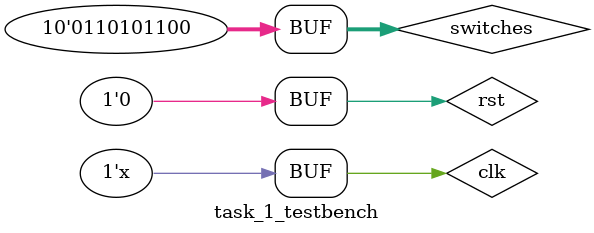
<source format=v>
`timescale 1ns / 1ps

module task_1_testbench;

    reg [9:0] switches;
    reg rst;
    reg clk;
    wire [9:0] sequence;
    
    Task_1 uut (
        .switches(switches),
        .rst(rst),
        .clk(clk),
        .sequence(sequence)
    );
    always #2 clk=~clk;
    initial begin
        // Initialize Inputs
       
        switches = 10'b0;    
        rst = 1'b0;        
        clk=1'b0;
 
        #30;
        switches[0] = 1;
        switches[2] = 1;
        switches[3] = 1;
        switches[5] = 1;
        switches[6] = 1;
        switches[7] = 1;
        switches[9] = 1;

        #10;   
        rst = 1;    
        #5;
        rst = 0; 
           
        #25    
        switches[0] = 0;
        switches[6] = 0;
        switches[8] = 1;
        switches[9] = 0;
        
        #100
        rst = 1;    
        #5;
        rst = 0; 
    end

endmodule


</source>
